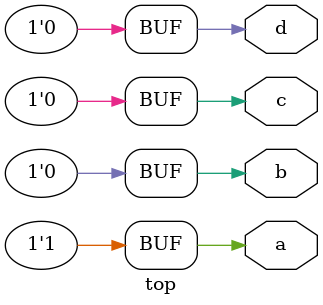
<source format=sv>
/* Generated by Synlig (git sha1 135a02eb5, g++ 12.2.0-14 -fPIC -O3) */

(* keep =  1  *)
(* top =  1  *)
(* src = "/root/synlig/synlig/tests/simple_tests/ParameterUnpackedLogicArray/top.sv:1.1-22.10" *)
module top(a, b, c, d);
  (* src = "/root/synlig/synlig/tests/simple_tests/ParameterUnpackedLogicArray/top.sv:1.25-1.26" *)
  output a;
  wire a;
  (* src = "/root/synlig/synlig/tests/simple_tests/ParameterUnpackedLogicArray/top.sv:1.28-1.29" *)
  output b;
  wire b;
  (* src = "/root/synlig/synlig/tests/simple_tests/ParameterUnpackedLogicArray/top.sv:1.31-1.32" *)
  output c;
  wire c;
  (* src = "/root/synlig/synlig/tests/simple_tests/ParameterUnpackedLogicArray/top.sv:1.34-1.35" *)
  output d;
  wire d;
  always @*
    if (1'h1) begin
      assert (1'h1);
    end
  always @*
    if (1'h1) begin
      assert (1'h1);
    end
  always @*
    if (1'h1) begin
      assert (1'h1);
    end
  always @*
    if (1'h1) begin
      assert (1'h1);
    end
  assign a = 1'h1;
  assign b = 1'h0;
  assign c = 1'h0;
  assign d = 1'h0;
endmodule

</source>
